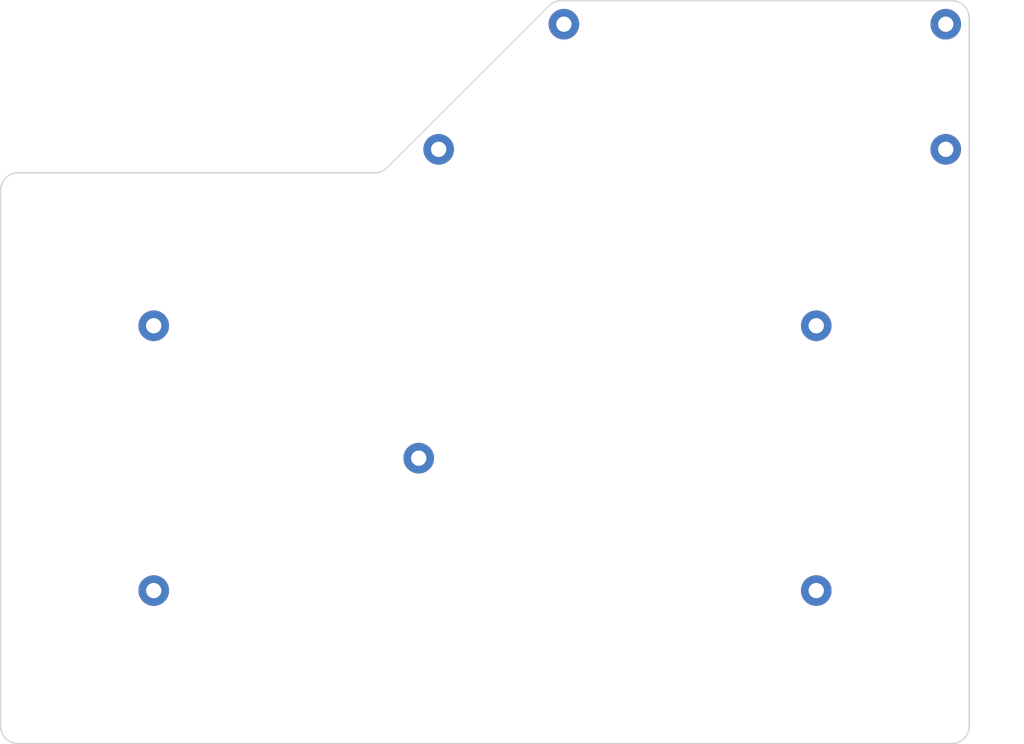
<source format=kicad_pcb>
(kicad_pcb (version 20171130) (host pcbnew 5.1.2)

  (general
    (thickness 1.6)
    (drawings 21)
    (tracks 0)
    (zones 0)
    (modules 9)
    (nets 1)
  )

  (page A4)
  (layers
    (0 F.Cu signal)
    (31 B.Cu signal)
    (32 B.Adhes user)
    (33 F.Adhes user)
    (34 B.Paste user)
    (35 F.Paste user)
    (36 B.SilkS user)
    (37 F.SilkS user)
    (38 B.Mask user)
    (39 F.Mask user)
    (40 Dwgs.User user)
    (41 Cmts.User user)
    (42 Eco1.User user)
    (43 Eco2.User user)
    (44 Edge.Cuts user)
    (45 Margin user)
    (46 B.CrtYd user)
    (47 F.CrtYd user)
    (48 B.Fab user)
    (49 F.Fab user)
  )

  (setup
    (last_trace_width 0.25)
    (trace_clearance 0.2)
    (zone_clearance 0.508)
    (zone_45_only no)
    (trace_min 0.2)
    (via_size 0.8)
    (via_drill 0.4)
    (via_min_size 0.4)
    (via_min_drill 0.3)
    (uvia_size 0.3)
    (uvia_drill 0.1)
    (uvias_allowed no)
    (uvia_min_size 0.2)
    (uvia_min_drill 0.1)
    (edge_width 0.1)
    (segment_width 0.2)
    (pcb_text_width 0.3)
    (pcb_text_size 1.5 1.5)
    (mod_edge_width 0.15)
    (mod_text_size 1 1)
    (mod_text_width 0.15)
    (pad_size 1.524 1.524)
    (pad_drill 0.762)
    (pad_to_mask_clearance 0)
    (aux_axis_origin 0 0)
    (visible_elements FFFFFF7F)
    (pcbplotparams
      (layerselection 0x010fc_ffffffff)
      (usegerberextensions false)
      (usegerberattributes false)
      (usegerberadvancedattributes false)
      (creategerberjobfile false)
      (excludeedgelayer true)
      (linewidth 0.100000)
      (plotframeref false)
      (viasonmask false)
      (mode 1)
      (useauxorigin false)
      (hpglpennumber 1)
      (hpglpenspeed 20)
      (hpglpendiameter 15.000000)
      (psnegative false)
      (psa4output false)
      (plotreference true)
      (plotvalue true)
      (plotinvisibletext false)
      (padsonsilk false)
      (subtractmaskfromsilk false)
      (outputformat 1)
      (mirror false)
      (drillshape 1)
      (scaleselection 1)
      (outputdirectory ""))
  )

  (net 0 "")

  (net_class Default "This is the default net class."
    (clearance 0.2)
    (trace_width 0.25)
    (via_dia 0.8)
    (via_drill 0.4)
    (uvia_dia 0.3)
    (uvia_drill 0.1)
  )

  (module MountingHole_2.2mm_M2_Pad (layer F.Cu) (tedit 56D1B4CB) (tstamp 5D3B3103)
    (at 9.525 -9.525)
    (descr "Mounting Hole 2.2mm, M2")
    (tags "mounting hole 2.2mm m2")
    (attr virtual)
    (fp_text reference REF** (at 0 -3.2) (layer F.SilkS) hide
      (effects (font (size 1 1) (thickness 0.15)))
    )
    (fp_text value MountingHole_2.2mm_M2_Pad (at 0 3.2) (layer F.Fab)
      (effects (font (size 1 1) (thickness 0.15)))
    )
    (fp_circle (center 0 0) (end 2.45 0) (layer F.CrtYd) (width 0.05))
    (fp_circle (center 0 0) (end 2.2 0) (layer Cmts.User) (width 0.15))
    (fp_text user %R (at 0.3 0) (layer F.Fab)
      (effects (font (size 1 1) (thickness 0.15)))
    )
    (pad 1 thru_hole circle (at 0 0) (size 4.4 4.4) (drill 2.2) (layers *.Cu *.Mask))
  )

  (module MountingHole_2.2mm_M2_Pad (layer F.Cu) (tedit 56D1B4CB) (tstamp 5D3B30FC)
    (at 104.775 -9.525)
    (descr "Mounting Hole 2.2mm, M2")
    (tags "mounting hole 2.2mm m2")
    (attr virtual)
    (fp_text reference REF** (at 0 -3.2) (layer F.SilkS) hide
      (effects (font (size 1 1) (thickness 0.15)))
    )
    (fp_text value MountingHole_2.2mm_M2_Pad (at 0 3.2) (layer F.Fab)
      (effects (font (size 1 1) (thickness 0.15)))
    )
    (fp_circle (center 0 0) (end 2.45 0) (layer F.CrtYd) (width 0.05))
    (fp_circle (center 0 0) (end 2.2 0) (layer Cmts.User) (width 0.15))
    (fp_text user %R (at 0.3 0) (layer F.Fab)
      (effects (font (size 1 1) (thickness 0.15)))
    )
    (pad 1 thru_hole circle (at 0 0) (size 4.4 4.4) (drill 2.2) (layers *.Cu *.Mask))
  )

  (module MountingHole_2.2mm_M2_Pad (layer F.Cu) (tedit 56D1B4CB) (tstamp 5D3B30F5)
    (at 47.625 -28.575)
    (descr "Mounting Hole 2.2mm, M2")
    (tags "mounting hole 2.2mm m2")
    (attr virtual)
    (fp_text reference REF** (at 0 -3.2) (layer F.SilkS) hide
      (effects (font (size 1 1) (thickness 0.15)))
    )
    (fp_text value MountingHole_2.2mm_M2_Pad (at 0 3.2) (layer F.Fab)
      (effects (font (size 1 1) (thickness 0.15)))
    )
    (fp_circle (center 0 0) (end 2.45 0) (layer F.CrtYd) (width 0.05))
    (fp_circle (center 0 0) (end 2.2 0) (layer Cmts.User) (width 0.15))
    (fp_text user %R (at 0.3 0) (layer F.Fab)
      (effects (font (size 1 1) (thickness 0.15)))
    )
    (pad 1 thru_hole circle (at 0 0) (size 4.4 4.4) (drill 2.2) (layers *.Cu *.Mask))
  )

  (module MountingHole_2.2mm_M2_Pad (layer F.Cu) (tedit 56D1B4CB) (tstamp 5D3B30EE)
    (at 9.525 -47.625)
    (descr "Mounting Hole 2.2mm, M2")
    (tags "mounting hole 2.2mm m2")
    (attr virtual)
    (fp_text reference REF** (at 0 -3.2) (layer F.SilkS) hide
      (effects (font (size 1 1) (thickness 0.15)))
    )
    (fp_text value MountingHole_2.2mm_M2_Pad (at 0 3.2) (layer F.Fab)
      (effects (font (size 1 1) (thickness 0.15)))
    )
    (fp_circle (center 0 0) (end 2.45 0) (layer F.CrtYd) (width 0.05))
    (fp_circle (center 0 0) (end 2.2 0) (layer Cmts.User) (width 0.15))
    (fp_text user %R (at 0.3 0) (layer F.Fab)
      (effects (font (size 1 1) (thickness 0.15)))
    )
    (pad 1 thru_hole circle (at 0 0) (size 4.4 4.4) (drill 2.2) (layers *.Cu *.Mask))
  )

  (module MountingHole_2.2mm_M2_Pad (layer F.Cu) (tedit 56D1B4CB) (tstamp 5D3B30E7)
    (at 123.395 -73.005)
    (descr "Mounting Hole 2.2mm, M2")
    (tags "mounting hole 2.2mm m2")
    (attr virtual)
    (fp_text reference REF** (at 0 -3.2) (layer F.SilkS) hide
      (effects (font (size 1 1) (thickness 0.15)))
    )
    (fp_text value MountingHole_2.2mm_M2_Pad (at 0 3.2) (layer F.Fab)
      (effects (font (size 1 1) (thickness 0.15)))
    )
    (fp_circle (center 0 0) (end 2.45 0) (layer F.CrtYd) (width 0.05))
    (fp_circle (center 0 0) (end 2.2 0) (layer Cmts.User) (width 0.15))
    (fp_text user %R (at 0.3 0) (layer F.Fab)
      (effects (font (size 1 1) (thickness 0.15)))
    )
    (pad 1 thru_hole circle (at 0 0) (size 4.4 4.4) (drill 2.2) (layers *.Cu *.Mask))
  )

  (module MountingHole_2.2mm_M2_Pad (layer F.Cu) (tedit 56D1B4CB) (tstamp 5D3B30E0)
    (at 123.395 -91.01)
    (descr "Mounting Hole 2.2mm, M2")
    (tags "mounting hole 2.2mm m2")
    (attr virtual)
    (fp_text reference REF** (at 0 -3.2) (layer F.SilkS) hide
      (effects (font (size 1 1) (thickness 0.15)))
    )
    (fp_text value MountingHole_2.2mm_M2_Pad (at 0 3.2) (layer F.Fab)
      (effects (font (size 1 1) (thickness 0.15)))
    )
    (fp_circle (center 0 0) (end 2.45 0) (layer F.CrtYd) (width 0.05))
    (fp_circle (center 0 0) (end 2.2 0) (layer Cmts.User) (width 0.15))
    (fp_text user %R (at 0.3 0) (layer F.Fab)
      (effects (font (size 1 1) (thickness 0.15)))
    )
    (pad 1 thru_hole circle (at 0 0) (size 4.4 4.4) (drill 2.2) (layers *.Cu *.Mask))
  )

  (module MountingHole_2.2mm_M2_Pad (layer F.Cu) (tedit 56D1B4CB) (tstamp 5D3B30D9)
    (at 68.494507 -91.01)
    (descr "Mounting Hole 2.2mm, M2")
    (tags "mounting hole 2.2mm m2")
    (attr virtual)
    (fp_text reference REF** (at 0 -3.2) (layer F.SilkS) hide
      (effects (font (size 1 1) (thickness 0.15)))
    )
    (fp_text value MountingHole_2.2mm_M2_Pad (at 0 3.2) (layer F.Fab)
      (effects (font (size 1 1) (thickness 0.15)))
    )
    (fp_circle (center 0 0) (end 2.45 0) (layer F.CrtYd) (width 0.05))
    (fp_circle (center 0 0) (end 2.2 0) (layer Cmts.User) (width 0.15))
    (fp_text user %R (at 0.3 0) (layer F.Fab)
      (effects (font (size 1 1) (thickness 0.15)))
    )
    (pad 1 thru_hole circle (at 0 0) (size 4.4 4.4) (drill 2.2) (layers *.Cu *.Mask))
  )

  (module MountingHole_2.2mm_M2_Pad (layer F.Cu) (tedit 56D1B4CB) (tstamp 5D3B30D2)
    (at 50.489507 -73.005)
    (descr "Mounting Hole 2.2mm, M2")
    (tags "mounting hole 2.2mm m2")
    (attr virtual)
    (fp_text reference REF** (at 0 -3.2) (layer F.SilkS) hide
      (effects (font (size 1 1) (thickness 0.15)))
    )
    (fp_text value MountingHole_2.2mm_M2_Pad (at 0 3.2) (layer F.Fab)
      (effects (font (size 1 1) (thickness 0.15)))
    )
    (fp_circle (center 0 0) (end 2.45 0) (layer F.CrtYd) (width 0.05))
    (fp_circle (center 0 0) (end 2.2 0) (layer Cmts.User) (width 0.15))
    (fp_text user %R (at 0.3 0) (layer F.Fab)
      (effects (font (size 1 1) (thickness 0.15)))
    )
    (pad 1 thru_hole circle (at 0 0) (size 4.4 4.4) (drill 2.2) (layers *.Cu *.Mask))
  )

  (module MountingHole_2.2mm_M2_Pad (layer F.Cu) (tedit 56D1B4CB) (tstamp 5D3B30CB)
    (at 104.775 -47.625)
    (descr "Mounting Hole 2.2mm, M2")
    (tags "mounting hole 2.2mm m2")
    (attr virtual)
    (fp_text reference REF** (at 0 -3.2) (layer F.SilkS) hide
      (effects (font (size 1 1) (thickness 0.15)))
    )
    (fp_text value MountingHole_2.2mm_M2_Pad (at 0 3.2) (layer F.Fab)
      (effects (font (size 1 1) (thickness 0.15)))
    )
    (fp_circle (center 0 0) (end 2.45 0) (layer F.CrtYd) (width 0.05))
    (fp_circle (center 0 0) (end 2.2 0) (layer Cmts.User) (width 0.15))
    (fp_text user %R (at 0.3 0) (layer F.Fab)
      (effects (font (size 1 1) (thickness 0.15)))
    )
    (pad 1 thru_hole circle (at 0 0) (size 4.4 4.4) (drill 2.2) (layers *.Cu *.Mask))
  )

  (gr_circle (center 104.775 -47.625) (end 105.95 -47.625) (layer Eco1.User) (width 0.2))
  (gr_circle (center 50.489507 -73.005) (end 51.664507 -73.005) (layer Eco1.User) (width 0.2))
  (gr_circle (center 68.494507 -91.01) (end 69.669507 -91.01) (layer Eco1.User) (width 0.2))
  (gr_circle (center 123.395 -91.01) (end 124.57 -91.01) (layer Eco1.User) (width 0.2))
  (gr_circle (center 123.395 -73.005) (end 124.57 -73.005) (layer Eco1.User) (width 0.2))
  (gr_circle (center 9.525 -47.625) (end 10.7 -47.625) (layer Eco1.User) (width 0.2))
  (gr_circle (center 47.625 -28.575) (end 48.8 -28.575) (layer Eco1.User) (width 0.2))
  (gr_circle (center 104.775 -9.525) (end 105.95 -9.525) (layer Eco1.User) (width 0.2))
  (gr_circle (center 9.525 -9.525) (end 10.7 -9.525) (layer Eco1.User) (width 0.2))
  (gr_arc (start -9.975 9.975) (end -12.475 9.975) (angle -90) (layer Edge.Cuts) (width 0.2))
  (gr_line (start 124.275 12.475) (end -9.975 12.475) (layer Edge.Cuts) (width 0.2))
  (gr_arc (start 124.275 9.975) (end 124.275 12.475) (angle -90) (layer Edge.Cuts) (width 0.2))
  (gr_line (start 126.775 -91.889999) (end 126.775 9.974999) (layer Edge.Cuts) (width 0.2))
  (gr_arc (start 124.275 -91.889999) (end 126.775 -91.889999) (angle -90) (layer Edge.Cuts) (width 0.2))
  (gr_line (start 68.129999 -94.389999) (end 124.275 -94.389999) (layer Edge.Cuts) (width 0.2))
  (gr_arc (start 68.129999 -91.889999) (end 68.129999 -94.389999) (angle -45) (layer Edge.Cuts) (width 0.2))
  (gr_line (start 43.061699 -70.357233) (end 66.362233 -93.657766) (layer Edge.Cuts) (width 0.2))
  (gr_arc (start 41.293932 -72.125) (end 41.293932 -69.625) (angle -45) (layer Edge.Cuts) (width 0.2))
  (gr_line (start -9.975 -69.625) (end 41.293932 -69.625) (layer Edge.Cuts) (width 0.2))
  (gr_arc (start -9.975 -67.125) (end -9.975 -69.625) (angle -90) (layer Edge.Cuts) (width 0.2))
  (gr_line (start -12.475 9.974999) (end -12.475 -67.125) (layer Edge.Cuts) (width 0.2))

)

</source>
